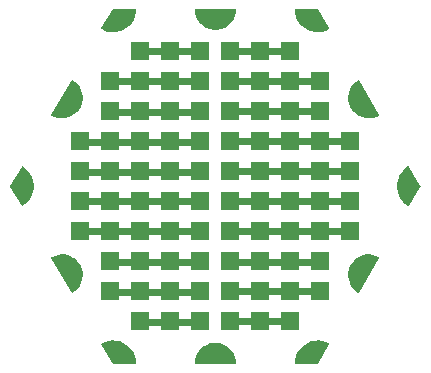
<source format=gbr>
G04 EAGLE Gerber RS-274X export*
G75*
%MOMM*%
%FSLAX34Y34*%
%LPD*%
%INTop Copper*%
%IPPOS*%
%AMOC8*
5,1,8,0,0,1.08239X$1,22.5*%
G01*
%ADD10C,1.000000*%
%ADD11R,1.600000X1.600000*%
%ADD12C,0.609600*%

G36*
X363231Y195709D02*
X363231Y195709D01*
X363260Y195706D01*
X363327Y195728D01*
X363397Y195742D01*
X363421Y195759D01*
X363449Y195768D01*
X363502Y195815D01*
X363561Y195855D01*
X363577Y195879D01*
X363599Y195899D01*
X363630Y195963D01*
X363668Y196022D01*
X363673Y196051D01*
X363685Y196077D01*
X363694Y196177D01*
X363701Y196219D01*
X363698Y196229D01*
X363700Y196243D01*
X363468Y199041D01*
X363458Y199075D01*
X363454Y199123D01*
X362765Y201844D01*
X362750Y201876D01*
X362738Y201922D01*
X361610Y204494D01*
X361590Y204522D01*
X361571Y204566D01*
X360035Y206917D01*
X360011Y206941D01*
X359985Y206982D01*
X358083Y209047D01*
X358055Y209068D01*
X358022Y209103D01*
X355807Y210828D01*
X355776Y210843D01*
X355738Y210873D01*
X353268Y212209D01*
X353235Y212219D01*
X353193Y212242D01*
X352007Y212650D01*
X350553Y213149D01*
X350537Y213154D01*
X350503Y213159D01*
X350457Y213174D01*
X347688Y213636D01*
X347653Y213635D01*
X347606Y213643D01*
X344798Y213643D01*
X344764Y213636D01*
X344716Y213636D01*
X341947Y213174D01*
X341914Y213162D01*
X341867Y213154D01*
X339211Y212242D01*
X339181Y212225D01*
X339136Y212209D01*
X336666Y210873D01*
X336640Y210851D01*
X336597Y210828D01*
X334382Y209103D01*
X334359Y209077D01*
X334321Y209047D01*
X332419Y206982D01*
X332401Y206952D01*
X332369Y206917D01*
X330833Y204566D01*
X330820Y204534D01*
X330794Y204494D01*
X329666Y201922D01*
X329659Y201889D01*
X329656Y201882D01*
X329650Y201873D01*
X329649Y201867D01*
X329639Y201844D01*
X328950Y199123D01*
X328948Y199088D01*
X328936Y199041D01*
X328704Y196243D01*
X328708Y196214D01*
X328703Y196185D01*
X328720Y196116D01*
X328728Y196046D01*
X328742Y196020D01*
X328749Y195992D01*
X328791Y195935D01*
X328826Y195873D01*
X328850Y195855D01*
X328867Y195832D01*
X328928Y195796D01*
X328985Y195753D01*
X329013Y195745D01*
X329038Y195730D01*
X329136Y195714D01*
X329177Y195703D01*
X329188Y195705D01*
X329202Y195703D01*
X363202Y195703D01*
X363231Y195709D01*
G37*
G36*
X347640Y478768D02*
X347640Y478768D01*
X347688Y478768D01*
X350457Y479230D01*
X350490Y479242D01*
X350537Y479250D01*
X353193Y480162D01*
X353223Y480179D01*
X353268Y480195D01*
X355738Y481531D01*
X355764Y481553D01*
X355807Y481576D01*
X358022Y483301D01*
X358045Y483327D01*
X358083Y483357D01*
X359985Y485422D01*
X360003Y485452D01*
X360035Y485487D01*
X361571Y487838D01*
X361584Y487870D01*
X361610Y487910D01*
X362738Y490482D01*
X362745Y490515D01*
X362765Y490560D01*
X363454Y493281D01*
X363456Y493316D01*
X363468Y493363D01*
X363700Y496161D01*
X363696Y496190D01*
X363701Y496219D01*
X363685Y496288D01*
X363676Y496358D01*
X363662Y496384D01*
X363655Y496412D01*
X363613Y496469D01*
X363578Y496531D01*
X363554Y496549D01*
X363537Y496572D01*
X363476Y496608D01*
X363419Y496651D01*
X363391Y496659D01*
X363366Y496674D01*
X363268Y496690D01*
X363227Y496701D01*
X363216Y496699D01*
X363202Y496701D01*
X329202Y496701D01*
X329173Y496695D01*
X329144Y496698D01*
X329077Y496676D01*
X329007Y496662D01*
X328983Y496645D01*
X328955Y496636D01*
X328902Y496589D01*
X328843Y496549D01*
X328828Y496525D01*
X328806Y496505D01*
X328774Y496441D01*
X328736Y496382D01*
X328731Y496353D01*
X328719Y496327D01*
X328710Y496227D01*
X328703Y496185D01*
X328706Y496175D01*
X328704Y496161D01*
X328936Y493363D01*
X328946Y493329D01*
X328950Y493281D01*
X329639Y490560D01*
X329654Y490528D01*
X329666Y490482D01*
X330794Y487910D01*
X330814Y487882D01*
X330833Y487838D01*
X332369Y485487D01*
X332393Y485463D01*
X332419Y485422D01*
X334321Y483357D01*
X334349Y483336D01*
X334382Y483301D01*
X336597Y481576D01*
X336628Y481561D01*
X336666Y481531D01*
X339136Y480195D01*
X339169Y480185D01*
X339211Y480162D01*
X341867Y479250D01*
X341901Y479246D01*
X341947Y479230D01*
X344716Y478768D01*
X344751Y478769D01*
X344798Y478761D01*
X347606Y478761D01*
X347640Y478768D01*
G37*
G36*
X224809Y256012D02*
X224809Y256012D01*
X224880Y256009D01*
X224907Y256019D01*
X224936Y256021D01*
X225026Y256063D01*
X225066Y256078D01*
X225074Y256086D01*
X225087Y256092D01*
X227390Y257691D01*
X227414Y257717D01*
X227454Y257744D01*
X229463Y259701D01*
X229482Y259730D01*
X229517Y259763D01*
X231176Y262024D01*
X231191Y262055D01*
X231220Y262094D01*
X232484Y264597D01*
X232493Y264631D01*
X232515Y264674D01*
X233351Y267351D01*
X233354Y267385D01*
X233369Y267431D01*
X233752Y270210D01*
X233750Y270244D01*
X233756Y270292D01*
X233677Y273095D01*
X233669Y273129D01*
X233668Y273177D01*
X233129Y275929D01*
X233115Y275961D01*
X233106Y276009D01*
X232121Y278634D01*
X232106Y278659D01*
X232101Y278679D01*
X232093Y278690D01*
X232086Y278709D01*
X230682Y281137D01*
X230659Y281163D01*
X230635Y281205D01*
X228851Y283368D01*
X228824Y283390D01*
X228793Y283427D01*
X226677Y285268D01*
X226647Y285285D01*
X226611Y285317D01*
X224220Y286784D01*
X224188Y286795D01*
X224147Y286821D01*
X221548Y287874D01*
X221514Y287881D01*
X221469Y287899D01*
X218732Y288510D01*
X218697Y288511D01*
X218650Y288522D01*
X215850Y288674D01*
X215816Y288669D01*
X215768Y288672D01*
X212980Y288362D01*
X212947Y288351D01*
X212899Y288346D01*
X210201Y287581D01*
X210171Y287565D01*
X210124Y287552D01*
X207589Y286353D01*
X207565Y286336D01*
X207538Y286326D01*
X207486Y286277D01*
X207429Y286234D01*
X207415Y286209D01*
X207394Y286189D01*
X207365Y286124D01*
X207329Y286063D01*
X207326Y286034D01*
X207314Y286007D01*
X207313Y285936D01*
X207304Y285865D01*
X207312Y285837D01*
X207312Y285808D01*
X207346Y285715D01*
X207358Y285674D01*
X207365Y285665D01*
X207370Y285652D01*
X224370Y256252D01*
X224389Y256230D01*
X224402Y256204D01*
X224455Y256156D01*
X224502Y256103D01*
X224528Y256091D01*
X224550Y256071D01*
X224617Y256048D01*
X224681Y256018D01*
X224710Y256016D01*
X224738Y256007D01*
X224809Y256012D01*
G37*
G36*
X476588Y403735D02*
X476588Y403735D01*
X476636Y403732D01*
X479424Y404042D01*
X479457Y404053D01*
X479505Y404058D01*
X482203Y404823D01*
X482233Y404839D01*
X482280Y404852D01*
X484815Y406051D01*
X484839Y406068D01*
X484866Y406078D01*
X484918Y406127D01*
X484975Y406170D01*
X484989Y406195D01*
X485011Y406215D01*
X485039Y406280D01*
X485075Y406342D01*
X485078Y406370D01*
X485090Y406397D01*
X485091Y406468D01*
X485100Y406539D01*
X485092Y406567D01*
X485092Y406596D01*
X485058Y406689D01*
X485046Y406730D01*
X485039Y406739D01*
X485034Y406752D01*
X468034Y436152D01*
X468015Y436174D01*
X468002Y436200D01*
X467949Y436248D01*
X467902Y436301D01*
X467876Y436313D01*
X467854Y436333D01*
X467787Y436356D01*
X467723Y436386D01*
X467694Y436388D01*
X467666Y436397D01*
X467595Y436392D01*
X467524Y436395D01*
X467497Y436385D01*
X467468Y436383D01*
X467378Y436341D01*
X467338Y436326D01*
X467330Y436318D01*
X467317Y436312D01*
X465014Y434713D01*
X464990Y434688D01*
X464950Y434660D01*
X462941Y432703D01*
X462922Y432674D01*
X462887Y432641D01*
X461228Y430380D01*
X461213Y430349D01*
X461184Y430310D01*
X459920Y427807D01*
X459911Y427773D01*
X459889Y427730D01*
X459053Y425053D01*
X459050Y425019D01*
X459035Y424973D01*
X458652Y422194D01*
X458654Y422160D01*
X458648Y422112D01*
X458727Y419309D01*
X458735Y419275D01*
X458736Y419227D01*
X459275Y416475D01*
X459289Y416443D01*
X459298Y416395D01*
X460283Y413770D01*
X460301Y413740D01*
X460318Y413695D01*
X461722Y411267D01*
X461745Y411241D01*
X461769Y411200D01*
X463553Y409036D01*
X463580Y409014D01*
X463611Y408977D01*
X465727Y407136D01*
X465757Y407119D01*
X465793Y407088D01*
X468184Y405620D01*
X468216Y405609D01*
X468257Y405583D01*
X470856Y404530D01*
X470890Y404523D01*
X470935Y404505D01*
X473672Y403894D01*
X473707Y403893D01*
X473754Y403882D01*
X476554Y403730D01*
X476588Y403735D01*
G37*
G36*
X467628Y256013D02*
X467628Y256013D01*
X467699Y256012D01*
X467726Y256023D01*
X467755Y256027D01*
X467817Y256061D01*
X467882Y256089D01*
X467903Y256110D01*
X467928Y256124D01*
X467991Y256200D01*
X468021Y256231D01*
X468025Y256241D01*
X468034Y256252D01*
X485034Y285652D01*
X485043Y285680D01*
X485060Y285704D01*
X485075Y285773D01*
X485097Y285841D01*
X485095Y285870D01*
X485101Y285898D01*
X485088Y285968D01*
X485082Y286039D01*
X485069Y286065D01*
X485063Y286093D01*
X485023Y286152D01*
X484991Y286215D01*
X484968Y286234D01*
X484952Y286258D01*
X484870Y286315D01*
X484837Y286342D01*
X484827Y286345D01*
X484815Y286353D01*
X482280Y287552D01*
X482246Y287560D01*
X482203Y287581D01*
X479505Y288346D01*
X479470Y288348D01*
X479424Y288362D01*
X476636Y288672D01*
X476602Y288669D01*
X476554Y288674D01*
X473754Y288522D01*
X473720Y288513D01*
X473672Y288510D01*
X470935Y287899D01*
X470903Y287885D01*
X470856Y287874D01*
X468257Y286821D01*
X468228Y286802D01*
X468184Y286784D01*
X465793Y285317D01*
X465768Y285293D01*
X465727Y285268D01*
X463611Y283427D01*
X463590Y283400D01*
X463553Y283368D01*
X461769Y281205D01*
X461753Y281174D01*
X461722Y281137D01*
X460318Y278709D01*
X460307Y278676D01*
X460300Y278663D01*
X460290Y278649D01*
X460290Y278646D01*
X460283Y278634D01*
X459298Y276009D01*
X459292Y275974D01*
X459275Y275929D01*
X458736Y273177D01*
X458736Y273143D01*
X458727Y273095D01*
X458648Y270292D01*
X458654Y270258D01*
X458652Y270210D01*
X459035Y267431D01*
X459047Y267399D01*
X459053Y267351D01*
X459889Y264674D01*
X459906Y264643D01*
X459920Y264597D01*
X461184Y262094D01*
X461206Y262067D01*
X461228Y262024D01*
X462887Y259763D01*
X462913Y259740D01*
X462941Y259701D01*
X464950Y257744D01*
X464979Y257725D01*
X465014Y257691D01*
X467317Y256092D01*
X467344Y256080D01*
X467367Y256062D01*
X467435Y256041D01*
X467500Y256013D01*
X467529Y256013D01*
X467557Y256005D01*
X467628Y256013D01*
G37*
G36*
X218650Y403882D02*
X218650Y403882D01*
X218684Y403891D01*
X218732Y403894D01*
X221469Y404505D01*
X221501Y404519D01*
X221548Y404530D01*
X224147Y405583D01*
X224176Y405602D01*
X224220Y405620D01*
X226611Y407088D01*
X226636Y407111D01*
X226677Y407136D01*
X228793Y408977D01*
X228814Y409004D01*
X228851Y409036D01*
X230635Y411200D01*
X230651Y411230D01*
X230682Y411267D01*
X232086Y413695D01*
X232097Y413728D01*
X232121Y413770D01*
X233106Y416395D01*
X233112Y416430D01*
X233129Y416475D01*
X233668Y419227D01*
X233668Y419262D01*
X233677Y419309D01*
X233756Y422112D01*
X233751Y422146D01*
X233752Y422194D01*
X233369Y424973D01*
X233357Y425005D01*
X233351Y425053D01*
X232515Y427730D01*
X232498Y427761D01*
X232484Y427807D01*
X231220Y430310D01*
X231198Y430337D01*
X231176Y430380D01*
X229517Y432641D01*
X229491Y432664D01*
X229463Y432703D01*
X227454Y434660D01*
X227425Y434679D01*
X227390Y434713D01*
X225087Y436312D01*
X225060Y436324D01*
X225037Y436342D01*
X224969Y436363D01*
X224904Y436391D01*
X224875Y436391D01*
X224847Y436399D01*
X224776Y436391D01*
X224705Y436392D01*
X224678Y436381D01*
X224649Y436377D01*
X224587Y436343D01*
X224522Y436315D01*
X224501Y436294D01*
X224476Y436280D01*
X224413Y436204D01*
X224383Y436173D01*
X224379Y436163D01*
X224370Y436152D01*
X207370Y406752D01*
X207361Y406724D01*
X207344Y406700D01*
X207329Y406631D01*
X207307Y406563D01*
X207309Y406534D01*
X207303Y406506D01*
X207316Y406436D01*
X207322Y406365D01*
X207335Y406339D01*
X207341Y406311D01*
X207381Y406252D01*
X207413Y406189D01*
X207436Y406170D01*
X207452Y406146D01*
X207534Y406089D01*
X207567Y406062D01*
X207577Y406059D01*
X207589Y406051D01*
X210124Y404852D01*
X210158Y404844D01*
X210201Y404823D01*
X212899Y404058D01*
X212934Y404056D01*
X212980Y404042D01*
X215768Y403732D01*
X215802Y403735D01*
X215850Y403730D01*
X218650Y403882D01*
G37*
G36*
X509929Y329213D02*
X509929Y329213D01*
X510000Y329213D01*
X510027Y329224D01*
X510056Y329227D01*
X510118Y329262D01*
X510183Y329290D01*
X510204Y329310D01*
X510229Y329325D01*
X510292Y329402D01*
X510322Y329432D01*
X510326Y329442D01*
X510335Y329453D01*
X519835Y345953D01*
X519845Y345985D01*
X519854Y345998D01*
X519858Y346022D01*
X519859Y346026D01*
X519890Y346096D01*
X519890Y346120D01*
X519898Y346142D01*
X519892Y346218D01*
X519893Y346295D01*
X519883Y346319D01*
X519882Y346340D01*
X519861Y346379D01*
X519835Y346451D01*
X510335Y362951D01*
X510316Y362973D01*
X510303Y362999D01*
X510250Y363047D01*
X510203Y363100D01*
X510177Y363113D01*
X510156Y363132D01*
X510088Y363155D01*
X510024Y363186D01*
X509995Y363188D01*
X509968Y363197D01*
X509896Y363192D01*
X509825Y363195D01*
X509798Y363185D01*
X509769Y363183D01*
X509679Y363141D01*
X509639Y363126D01*
X509631Y363119D01*
X509618Y363113D01*
X507095Y361371D01*
X507071Y361347D01*
X507033Y361320D01*
X504821Y359196D01*
X504802Y359168D01*
X504768Y359136D01*
X502926Y356685D01*
X502912Y356654D01*
X502883Y356617D01*
X501458Y353902D01*
X501449Y353871D01*
X501433Y353846D01*
X501432Y353838D01*
X501427Y353828D01*
X500456Y350920D01*
X500452Y350886D01*
X500437Y350842D01*
X499945Y347815D01*
X499946Y347781D01*
X499938Y347735D01*
X499938Y344669D01*
X499939Y344665D01*
X499939Y344663D01*
X499945Y344636D01*
X499945Y344589D01*
X500437Y341562D01*
X500449Y341531D01*
X500456Y341484D01*
X501427Y338576D01*
X501444Y338547D01*
X501458Y338502D01*
X502883Y335787D01*
X502905Y335761D01*
X502926Y335719D01*
X504768Y333268D01*
X504793Y333245D01*
X504821Y333208D01*
X507033Y331084D01*
X507061Y331066D01*
X507095Y331033D01*
X509618Y329291D01*
X509645Y329280D01*
X509667Y329261D01*
X509736Y329241D01*
X509801Y329213D01*
X509830Y329213D01*
X509858Y329205D01*
X509929Y329213D01*
G37*
G36*
X182508Y329212D02*
X182508Y329212D01*
X182579Y329209D01*
X182606Y329219D01*
X182635Y329221D01*
X182725Y329263D01*
X182765Y329278D01*
X182773Y329285D01*
X182786Y329291D01*
X185309Y331033D01*
X185333Y331057D01*
X185371Y331084D01*
X187583Y333208D01*
X187602Y333236D01*
X187636Y333268D01*
X189478Y335719D01*
X189492Y335750D01*
X189521Y335787D01*
X190946Y338502D01*
X190955Y338535D01*
X190977Y338576D01*
X191948Y341484D01*
X191952Y341518D01*
X191967Y341562D01*
X192459Y344589D01*
X192458Y344623D01*
X192466Y344669D01*
X192466Y347735D01*
X192459Y347768D01*
X192459Y347815D01*
X191967Y350842D01*
X191955Y350873D01*
X191948Y350920D01*
X190977Y353828D01*
X190964Y353851D01*
X190958Y353876D01*
X190951Y353885D01*
X190946Y353902D01*
X189521Y356617D01*
X189499Y356643D01*
X189478Y356685D01*
X187636Y359136D01*
X187611Y359159D01*
X187583Y359196D01*
X185371Y361320D01*
X185343Y361338D01*
X185309Y361371D01*
X182786Y363113D01*
X182759Y363124D01*
X182737Y363143D01*
X182668Y363163D01*
X182603Y363191D01*
X182574Y363191D01*
X182546Y363199D01*
X182475Y363191D01*
X182404Y363192D01*
X182377Y363180D01*
X182348Y363177D01*
X182286Y363142D01*
X182221Y363114D01*
X182200Y363094D01*
X182175Y363079D01*
X182112Y363002D01*
X182082Y362972D01*
X182078Y362962D01*
X182069Y362951D01*
X172569Y346451D01*
X172545Y346378D01*
X172514Y346308D01*
X172514Y346284D01*
X172506Y346262D01*
X172513Y346186D01*
X172512Y346109D01*
X172521Y346085D01*
X172522Y346064D01*
X172543Y346025D01*
X172562Y345973D01*
X172563Y345967D01*
X172565Y345965D01*
X172569Y345953D01*
X182069Y329453D01*
X182088Y329431D01*
X182101Y329405D01*
X182154Y329357D01*
X182201Y329304D01*
X182227Y329291D01*
X182249Y329272D01*
X182316Y329249D01*
X182380Y329218D01*
X182409Y329217D01*
X182436Y329207D01*
X182508Y329212D01*
G37*
G36*
X432878Y195718D02*
X432878Y195718D01*
X432956Y195727D01*
X432975Y195738D01*
X432997Y195742D01*
X433061Y195786D01*
X433129Y195825D01*
X433145Y195844D01*
X433161Y195855D01*
X433185Y195893D01*
X433235Y195953D01*
X442735Y212453D01*
X442744Y212480D01*
X442760Y212504D01*
X442775Y212574D01*
X442798Y212642D01*
X442795Y212670D01*
X442801Y212698D01*
X442788Y212769D01*
X442782Y212840D01*
X442769Y212865D01*
X442763Y212893D01*
X442723Y212953D01*
X442690Y213016D01*
X442668Y213034D01*
X442652Y213058D01*
X442569Y213116D01*
X442537Y213143D01*
X442526Y213146D01*
X442516Y213153D01*
X439750Y214462D01*
X439717Y214470D01*
X439674Y214490D01*
X436734Y215338D01*
X436700Y215341D01*
X436656Y215354D01*
X433618Y215719D01*
X433584Y215716D01*
X433537Y215722D01*
X430480Y215595D01*
X430447Y215587D01*
X430400Y215586D01*
X427403Y214970D01*
X427372Y214957D01*
X427326Y214948D01*
X424466Y213859D01*
X424438Y213841D01*
X424394Y213825D01*
X421746Y212291D01*
X421720Y212269D01*
X421680Y212246D01*
X419312Y210308D01*
X419290Y210281D01*
X419254Y210252D01*
X417227Y207959D01*
X417211Y207930D01*
X417179Y207895D01*
X415547Y205307D01*
X415535Y205275D01*
X415510Y205236D01*
X414314Y202419D01*
X414307Y202386D01*
X414304Y202379D01*
X414300Y202373D01*
X414299Y202367D01*
X414288Y202343D01*
X413560Y199371D01*
X413558Y199337D01*
X413547Y199292D01*
X413304Y196242D01*
X413308Y196213D01*
X413303Y196185D01*
X413320Y196116D01*
X413328Y196044D01*
X413343Y196020D01*
X413349Y195992D01*
X413392Y195934D01*
X413428Y195872D01*
X413450Y195855D01*
X413467Y195832D01*
X413529Y195795D01*
X413586Y195752D01*
X413614Y195745D01*
X413638Y195730D01*
X413738Y195714D01*
X413779Y195703D01*
X413789Y195705D01*
X413802Y195703D01*
X432802Y195703D01*
X432878Y195718D01*
G37*
G36*
X433571Y476687D02*
X433571Y476687D01*
X433618Y476685D01*
X436656Y477050D01*
X436688Y477061D01*
X436734Y477066D01*
X439674Y477914D01*
X439704Y477930D01*
X439750Y477942D01*
X442516Y479251D01*
X442538Y479268D01*
X442565Y479278D01*
X442617Y479327D01*
X442675Y479370D01*
X442689Y479395D01*
X442710Y479414D01*
X442739Y479480D01*
X442775Y479542D01*
X442778Y479570D01*
X442790Y479596D01*
X442791Y479668D01*
X442800Y479739D01*
X442792Y479766D01*
X442793Y479795D01*
X442757Y479890D01*
X442746Y479930D01*
X442739Y479939D01*
X442735Y479951D01*
X433235Y496451D01*
X433183Y496510D01*
X433137Y496572D01*
X433118Y496583D01*
X433103Y496600D01*
X433033Y496634D01*
X432966Y496674D01*
X432942Y496678D01*
X432924Y496686D01*
X432879Y496688D01*
X432802Y496701D01*
X413802Y496701D01*
X413774Y496696D01*
X413746Y496698D01*
X413678Y496676D01*
X413607Y496662D01*
X413584Y496646D01*
X413557Y496637D01*
X413502Y496590D01*
X413443Y496549D01*
X413428Y496525D01*
X413407Y496507D01*
X413375Y496442D01*
X413336Y496382D01*
X413331Y496354D01*
X413319Y496328D01*
X413310Y496227D01*
X413303Y496185D01*
X413305Y496175D01*
X413304Y496162D01*
X413547Y493112D01*
X413556Y493080D01*
X413560Y493033D01*
X414288Y490061D01*
X414303Y490030D01*
X414314Y489985D01*
X415510Y487168D01*
X415529Y487140D01*
X415547Y487097D01*
X417179Y484509D01*
X417203Y484485D01*
X417227Y484445D01*
X419254Y482152D01*
X419281Y482132D01*
X419312Y482096D01*
X421680Y480158D01*
X421710Y480142D01*
X421746Y480113D01*
X424394Y478580D01*
X424426Y478569D01*
X424466Y478545D01*
X427326Y477457D01*
X427359Y477451D01*
X427403Y477434D01*
X430400Y476818D01*
X430434Y476818D01*
X430480Y476809D01*
X433537Y476682D01*
X433571Y476687D01*
G37*
G36*
X278630Y195708D02*
X278630Y195708D01*
X278658Y195706D01*
X278726Y195728D01*
X278797Y195742D01*
X278820Y195758D01*
X278847Y195767D01*
X278902Y195814D01*
X278961Y195855D01*
X278976Y195879D01*
X278998Y195897D01*
X279029Y195962D01*
X279068Y196022D01*
X279073Y196050D01*
X279085Y196076D01*
X279094Y196177D01*
X279101Y196219D01*
X279099Y196229D01*
X279100Y196242D01*
X278857Y199292D01*
X278848Y199324D01*
X278844Y199371D01*
X278116Y202343D01*
X278101Y202374D01*
X278090Y202419D01*
X276894Y205236D01*
X276875Y205264D01*
X276857Y205307D01*
X275225Y207895D01*
X275201Y207919D01*
X275177Y207959D01*
X273150Y210252D01*
X273123Y210272D01*
X273092Y210308D01*
X270725Y212246D01*
X270694Y212262D01*
X270658Y212291D01*
X268010Y213825D01*
X267978Y213835D01*
X267938Y213859D01*
X265078Y214948D01*
X265045Y214953D01*
X265001Y214970D01*
X262004Y215586D01*
X261970Y215586D01*
X261924Y215595D01*
X258867Y215722D01*
X258833Y215717D01*
X258786Y215719D01*
X255748Y215354D01*
X255716Y215343D01*
X255670Y215338D01*
X252730Y214490D01*
X252700Y214474D01*
X252655Y214462D01*
X249889Y213153D01*
X249866Y213136D01*
X249839Y213126D01*
X249787Y213077D01*
X249729Y213034D01*
X249715Y213009D01*
X249694Y212990D01*
X249665Y212924D01*
X249629Y212862D01*
X249626Y212834D01*
X249614Y212808D01*
X249613Y212736D01*
X249604Y212665D01*
X249612Y212638D01*
X249612Y212609D01*
X249647Y212514D01*
X249658Y212474D01*
X249665Y212465D01*
X249669Y212453D01*
X259169Y195953D01*
X259221Y195895D01*
X259267Y195832D01*
X259286Y195821D01*
X259301Y195804D01*
X259371Y195770D01*
X259438Y195730D01*
X259463Y195726D01*
X259480Y195718D01*
X259525Y195716D01*
X259602Y195703D01*
X278602Y195703D01*
X278630Y195708D01*
G37*
G36*
X261924Y476809D02*
X261924Y476809D01*
X261957Y476817D01*
X262004Y476818D01*
X265001Y477434D01*
X265032Y477447D01*
X265078Y477457D01*
X267938Y478545D01*
X267967Y478563D01*
X268010Y478580D01*
X270658Y480113D01*
X270684Y480135D01*
X270725Y480158D01*
X273092Y482096D01*
X273114Y482123D01*
X273150Y482152D01*
X275177Y484445D01*
X275194Y484474D01*
X275225Y484509D01*
X276857Y487097D01*
X276869Y487129D01*
X276894Y487168D01*
X278090Y489985D01*
X278097Y490018D01*
X278116Y490061D01*
X278844Y493033D01*
X278846Y493067D01*
X278857Y493112D01*
X279100Y496162D01*
X279096Y496191D01*
X279101Y496219D01*
X279084Y496288D01*
X279076Y496360D01*
X279062Y496384D01*
X279055Y496412D01*
X279012Y496470D01*
X278977Y496532D01*
X278954Y496549D01*
X278937Y496572D01*
X278875Y496609D01*
X278818Y496652D01*
X278790Y496659D01*
X278766Y496674D01*
X278666Y496690D01*
X278625Y496701D01*
X278615Y496699D01*
X278602Y496701D01*
X259602Y496701D01*
X259526Y496686D01*
X259448Y496677D01*
X259429Y496666D01*
X259407Y496662D01*
X259343Y496618D01*
X259275Y496579D01*
X259259Y496560D01*
X259243Y496549D01*
X259219Y496511D01*
X259169Y496451D01*
X249669Y479951D01*
X249660Y479924D01*
X249644Y479900D01*
X249629Y479830D01*
X249606Y479762D01*
X249609Y479734D01*
X249603Y479706D01*
X249617Y479636D01*
X249622Y479564D01*
X249635Y479539D01*
X249641Y479511D01*
X249681Y479451D01*
X249714Y479388D01*
X249736Y479370D01*
X249752Y479346D01*
X249835Y479288D01*
X249867Y479261D01*
X249878Y479258D01*
X249889Y479251D01*
X252655Y477942D01*
X252688Y477934D01*
X252730Y477914D01*
X255670Y477066D01*
X255704Y477063D01*
X255748Y477050D01*
X258786Y476685D01*
X258820Y476688D01*
X258867Y476682D01*
X261924Y476809D01*
G37*
D10*
X428802Y489302D03*
X511402Y346202D03*
X428802Y203102D03*
X263602Y203102D03*
X181002Y346202D03*
X263602Y489302D03*
X470102Y417702D03*
X470102Y274702D03*
X346202Y203102D03*
X222302Y274702D03*
X222302Y417702D03*
X346202Y489302D03*
D11*
X333502Y358902D03*
X333502Y333502D03*
X358902Y358902D03*
X358902Y333502D03*
X308102Y333502D03*
X282702Y333502D03*
X257302Y333502D03*
X231902Y333502D03*
X231902Y358902D03*
X257302Y358902D03*
X282702Y358902D03*
X308102Y358902D03*
X384302Y358902D03*
X409702Y358902D03*
X435102Y358902D03*
X460502Y358902D03*
X460502Y333502D03*
X435102Y333502D03*
X409702Y333502D03*
X384302Y333502D03*
X282702Y384302D03*
X257302Y384302D03*
X308102Y384302D03*
X333502Y384302D03*
X358902Y384302D03*
X384302Y384302D03*
X409702Y384302D03*
X435102Y384302D03*
X257302Y308102D03*
X282702Y308102D03*
X308102Y308102D03*
X333502Y308102D03*
X358902Y308102D03*
X384302Y308102D03*
X409702Y308102D03*
X435102Y308102D03*
X282702Y282702D03*
X308102Y282702D03*
X333502Y282702D03*
X358902Y282702D03*
X384302Y282702D03*
X409702Y282702D03*
X282702Y409702D03*
X308102Y409702D03*
X333502Y409702D03*
X358902Y409702D03*
X384302Y409702D03*
X409702Y409702D03*
X409702Y435102D03*
X384302Y435102D03*
X358902Y435102D03*
X333502Y435102D03*
X308102Y435102D03*
X282702Y435102D03*
X282702Y460502D03*
X308102Y460502D03*
X333502Y460502D03*
X358902Y460502D03*
X384302Y460502D03*
X409702Y460502D03*
X257302Y409702D03*
X435102Y409702D03*
X435102Y435102D03*
X257302Y435102D03*
X257302Y282702D03*
X257302Y257302D03*
X282702Y257302D03*
X308102Y257302D03*
X333502Y257302D03*
X358902Y257302D03*
X384302Y257302D03*
X409702Y257302D03*
X435102Y257302D03*
X435102Y282702D03*
X409702Y231902D03*
X384302Y231902D03*
X358902Y231902D03*
X333502Y231902D03*
X308102Y231902D03*
X282702Y231902D03*
X231902Y308102D03*
X231902Y384302D03*
X460502Y384302D03*
X460502Y308102D03*
D12*
X334010Y461010D02*
X281940Y461010D01*
X358140Y461010D02*
X410210Y461010D01*
X332740Y435610D02*
X257810Y435610D01*
X358140Y435610D02*
X435610Y435610D01*
X435610Y410210D02*
X358140Y410210D01*
X334010Y408940D02*
X257810Y408940D01*
X232410Y383540D02*
X334010Y383540D01*
X334010Y358140D02*
X232410Y358140D01*
X231140Y334010D02*
X334010Y334010D01*
X332740Y308610D02*
X232410Y308610D01*
X332740Y308610D02*
X334010Y307340D01*
X334010Y281940D02*
X257810Y281940D01*
X256540Y256540D02*
X334010Y256540D01*
X332740Y231140D02*
X281940Y231140D01*
X359410Y232410D02*
X410210Y232410D01*
X434340Y257810D02*
X359410Y257810D01*
X358140Y281940D02*
X435610Y281940D01*
X359410Y308610D02*
X358140Y307340D01*
X359410Y308610D02*
X461010Y308610D01*
X461010Y334010D02*
X359410Y334010D01*
X358140Y332740D01*
X358140Y359410D02*
X461010Y359410D01*
X461010Y384810D02*
X358140Y384810D01*
M02*

</source>
